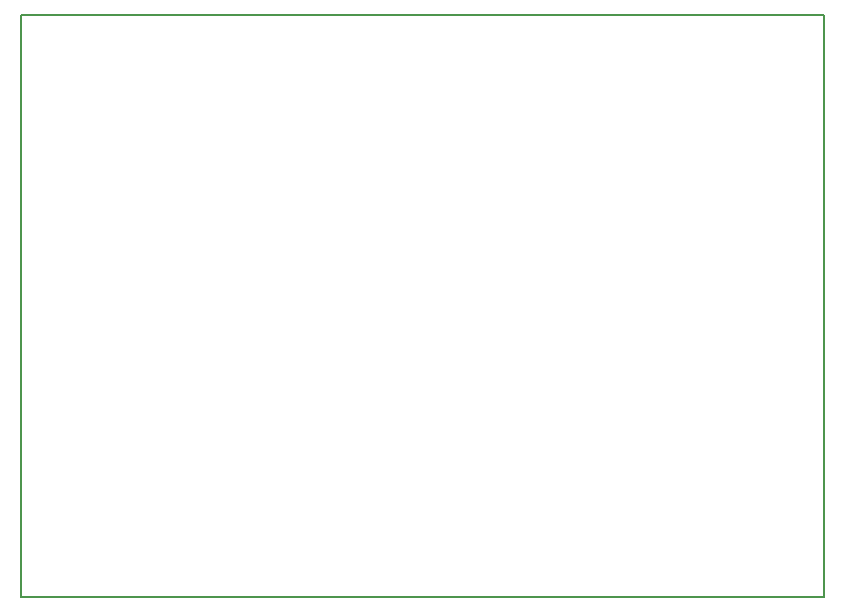
<source format=gbr>
G04 #@! TF.FileFunction,Profile,NP*
%FSLAX46Y46*%
G04 Gerber Fmt 4.6, Leading zero omitted, Abs format (unit mm)*
G04 Created by KiCad (PCBNEW 4.0.2-stable) date 9/8/2017 3:08:38 PM*
%MOMM*%
G01*
G04 APERTURE LIST*
%ADD10C,0.100000*%
%ADD11C,0.150000*%
G04 APERTURE END LIST*
D10*
D11*
X173100000Y-49125000D02*
X173100000Y-49550000D01*
X105100000Y-49125000D02*
X105100000Y-49450000D01*
X173100000Y-49125000D02*
X105100000Y-49125000D01*
X173100000Y-98450000D02*
X173100000Y-49450000D01*
X105100000Y-98450000D02*
X173100000Y-98450000D01*
X105100000Y-49450000D02*
X105100000Y-98450000D01*
M02*

</source>
